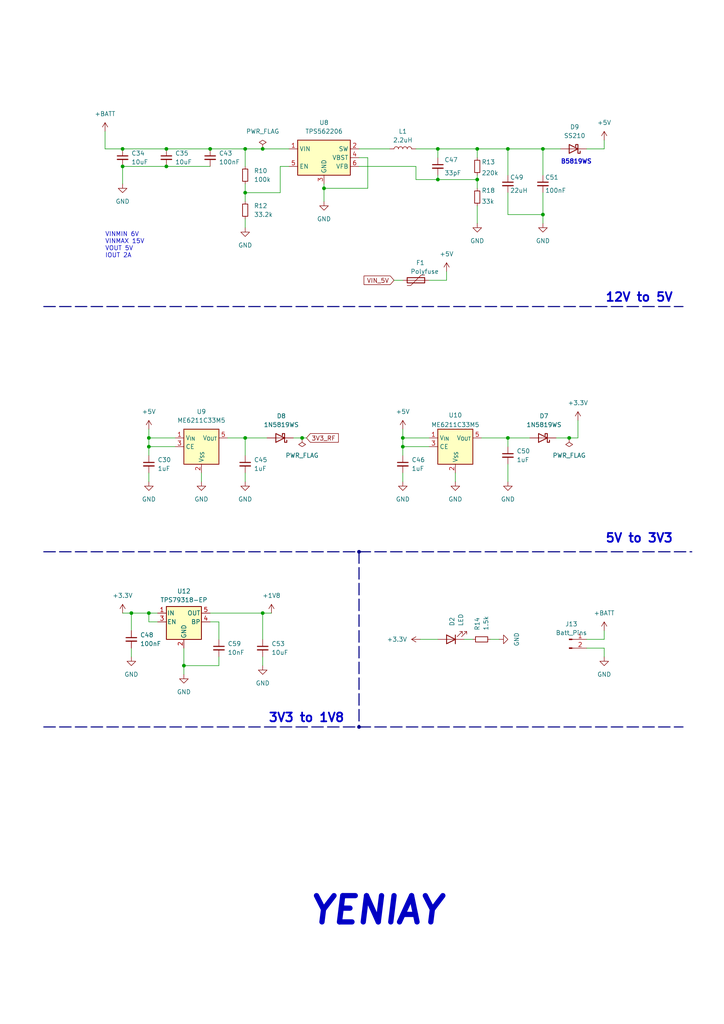
<source format=kicad_sch>
(kicad_sch (version 20231120) (generator "eeschema") (generator_version "8.0")
  (paper "A4" portrait)
  (title_block (title "POWER SECTION"))
  (lib_symbols
    (symbol "Connector:Conn_01x02_Pin" (pin_names (offset 1.016) hide)
      (property "Reference" "J" (at 0 2.54 0))
      (property "Value" "Conn_01x02_Pin" (at 0 -5.08 0))
      (symbol "Conn_01x02_Pin_1_1"
        (polyline (pts (xy 1.27 -2.54) (xy 0.8636 -2.54)) (stroke (width 0.1524)))
        (polyline (pts (xy 1.27 0) (xy 0.8636 0)) (stroke (width 0.1524)))
        (rectangle (start 0.8636 -2.413) (end 0 -2.667) (stroke (width 0.1524)) (fill (type outline)))
        (rectangle (start 0.8636 0.127) (end 0 -0.127) (stroke (width 0.1524)) (fill (type outline)))
        (pin passive line (at 5.08 0 180) (length 3.81) (name "Pin_1") (number "1"))
        (pin passive line (at 5.08 -2.54 180) (length 3.81) (name "Pin_2") (number "2"))
      )
    )
    (symbol "Device:C_Small" (pin_numbers hide) (pin_names (offset 0.254) hide)
      (property "Reference" "C" (at 0.254 1.778 0))
      (property "Value" "C_Small" (at 0.254 -2.032 0))
      (symbol "C_Small_0_1"
        (polyline (pts (xy -1.524 -0.508) (xy 1.524 -0.508)) (stroke (width 0.3302)))
        (polyline (pts (xy -1.524 0.508) (xy 1.524 0.508)) (stroke (width 0.3048)))
      )
      (symbol "C_Small_1_1"
        (pin passive line (at 0 2.54 270) (length 2.032) (name "~") (number "1"))
        (pin passive line (at 0 -2.54 90) (length 2.032) (name "~") (number "2"))
      )
    )
    (symbol "Device:L" (pin_numbers hide) (pin_names (offset 1.016) hide)
      (property "Reference" "L" (at -1.27 0 90))
      (property "Value" "L" (at 1.905 0 90))
      (symbol "L_0_1"
        (arc (start 0 -2.54) (mid 0.6323 -1.905) (end 0 -1.27))
        (arc (start 0 -1.27) (mid 0.6323 -0.635) (end 0 0))
        (arc (start 0 0) (mid 0.6323 0.635) (end 0 1.27))
        (arc (start 0 1.27) (mid 0.6323 1.905) (end 0 2.54))
      )
      (symbol "L_1_1"
        (pin passive line (at 0 3.81 270) (length 1.27) (name "1") (number "1"))
        (pin passive line (at 0 -3.81 90) (length 1.27) (name "2") (number "2"))
      )
    )
    (symbol "Device:LED" (pin_numbers hide) (pin_names (offset 1.016) hide)
      (property "Reference" "D" (at 0 2.54 0))
      (property "Value" "LED" (at 0 -2.54 0))
      (symbol "LED_0_1"
        (polyline (pts (xy -1.27 -1.27) (xy -1.27 1.27)) (stroke (width 0.254)))
        (polyline (pts (xy -1.27 0) (xy 1.27 0)))
        (polyline (pts (xy 1.27 -1.27) (xy 1.27 1.27) (xy -1.27 0) (xy 1.27 -1.27)) (stroke (width 0.254)))
        (polyline (pts (xy -3.048 -0.762) (xy -4.572 -2.286) (xy -3.81 -2.286) (xy -4.572 -2.286) (xy -4.572 -1.524)))
        (polyline (pts (xy -1.778 -0.762) (xy -3.302 -2.286) (xy -2.54 -2.286) (xy -3.302 -2.286) (xy -3.302 -1.524)))
      )
      (symbol "LED_1_1"
        (pin passive line (at -3.81 0 0) (length 2.54) (name "K") (number "1"))
        (pin passive line (at 3.81 0 180) (length 2.54) (name "A") (number "2"))
      )
    )
    (symbol "Device:Polyfuse" (pin_numbers hide) (pin_names (offset 0))
      (property "Reference" "F" (at -2.54 0 90))
      (property "Value" "Polyfuse" (at 2.54 0 90))
      (symbol "Polyfuse_0_1"
        (rectangle (start -0.762 2.54) (end 0.762 -2.54) (stroke (width 0.254)))
        (polyline (pts (xy 0 2.54) (xy 0 -2.54)))
        (polyline (pts (xy -1.524 2.54) (xy -1.524 1.524) (xy 1.524 -1.524) (xy 1.524 -2.54)))
      )
      (symbol "Polyfuse_1_1"
        (pin passive line (at 0 3.81 270) (length 1.27) (name "~") (number "1"))
        (pin passive line (at 0 -3.81 90) (length 1.27) (name "~") (number "2"))
      )
    )
    (symbol "Device:R_Small" (pin_numbers hide) (pin_names (offset 0.254) hide)
      (property "Reference" "R" (at 0.762 0.508 0))
      (property "Value" "R_Small" (at 0.762 -1.016 0))
      (symbol "R_Small_0_1"
        (rectangle (start -0.762 1.778) (end 0.762 -1.778) (stroke (width 0.2032)))
      )
      (symbol "R_Small_1_1"
        (pin passive line (at 0 2.54 270) (length 0.762) (name "~") (number "1"))
        (pin passive line (at 0 -2.54 90) (length 0.762) (name "~") (number "2"))
      )
    )
    (symbol "Diode:1N5819WS" (pin_numbers hide) (pin_names (offset 1.016) hide)
      (property "Reference" "D" (at 0 2.54 0))
      (property "Value" "1N5819WS" (at 0 -2.54 0))
      (symbol "1N5819WS_0_1"
        (polyline (pts (xy 1.27 0) (xy -1.27 0)))
        (polyline (pts (xy 1.27 1.27) (xy 1.27 -1.27) (xy -1.27 0) (xy 1.27 1.27)) (stroke (width 0.254)))
        (polyline (pts (xy -1.905 0.635) (xy -1.905 1.27) (xy -1.27 1.27) (xy -1.27 -1.27) (xy -0.635 -1.27) (xy -0.635 -0.635)) (stroke (width 0.254)))
      )
      (symbol "1N5819WS_1_1"
        (pin passive line (at -3.81 0 0) (length 2.54) (name "K") (number "1"))
        (pin passive line (at 3.81 0 180) (length 2.54) (name "A") (number "2"))
      )
    )
    (symbol "Diode:SS210" (pin_numbers hide) (pin_names (offset 1.016) hide)
      (property "Reference" "D" (at 0 2.54 0))
      (property "Value" "SS210" (at 0 -2.54 0))
      (symbol "SS210_0_1"
        (polyline (pts (xy 1.27 0) (xy -1.27 0)))
        (polyline (pts (xy 1.27 1.27) (xy 1.27 -1.27) (xy -1.27 0) (xy 1.27 1.27)) (stroke (width 0.254)))
        (polyline (pts (xy -1.905 0.635) (xy -1.905 1.27) (xy -1.27 1.27) (xy -1.27 -1.27) (xy -0.635 -1.27) (xy -0.635 -0.635)) (stroke (width 0.254)))
      )
      (symbol "SS210_1_1"
        (pin passive line (at -3.81 0 0) (length 2.54) (name "K") (number "1"))
        (pin passive line (at 3.81 0 180) (length 2.54) (name "A") (number "2"))
      )
    )
    (symbol "Regulator_Linear:ME6211C33M5"
      (property "Reference" "U" (at -4.572 6.35 0))
      (property "Value" "ME6211C33M5" (at 10.16 8.636 0))
      (symbol "ME6211C33M5_1_1"
        (rectangle (start -5.08 5.08) (end 5.08 -5.08) (stroke (width 0.254)) (fill (type background)))
        (pin power_in line (at -7.62 2.54 0) (length 2.54) (name "V_{IN}") (number "1"))
        (pin power_in line (at 0 -7.62 90) (length 2.54) (name "V_{SS}") (number "2"))
        (pin input line (at -7.62 0 0) (length 2.54) (name "CE") (number "3"))
        (pin no_connect line (at 5.08 0 180) (length 2.54) hide (name "NC") (number "4"))
        (pin power_out line (at 7.62 2.54 180) (length 2.54) (name "V_{OUT}") (number "5"))
      )
    )
    (symbol "Regulator_Linear:TPS79318-EP" (pin_names (offset 0.254))
      (property "Reference" "U" (at -3.81 5.715 0))
      (property "Value" "TPS79318-EP" (at 0 5.715 0))
      (symbol "TPS79318-EP_1_1"
        (rectangle (start 5.08 -5.08) (end -5.08 4.445) (stroke (width 0.254)) (fill (type background)))
        (pin power_in line (at -7.62 2.54 0) (length 2.54) (name "IN") (number "1"))
        (pin power_in line (at 0 -7.62 90) (length 2.54) (name "GND") (number "2"))
        (pin input line (at -7.62 0 0) (length 2.54) (name "EN") (number "3"))
        (pin bidirectional line (at 7.62 0 180) (length 2.54) (name "BP") (number "4"))
        (pin power_out line (at 7.62 2.54 180) (length 2.54) (name "OUT") (number "5"))
      )
    )
    (symbol "Regulator_Switching:TPS562206"
      (property "Reference" "U" (at -7.62 6.35 0))
      (property "Value" "TPS562206" (at -2.54 6.35 0))
      (symbol "TPS562206_0_1"
        (rectangle (start -7.62 5.08) (end 7.62 -5.08) (stroke (width 0.254)) (fill (type background)))
      )
      (symbol "TPS562206_1_1"
        (pin power_in line (at -10.16 2.54 0) (length 2.54) (name "VIN") (number "1"))
        (pin output line (at 10.16 2.54 180) (length 2.54) (name "SW") (number "2"))
        (pin power_in line (at 0 -7.62 90) (length 2.54) (name "GND") (number "3"))
        (pin passive line (at 10.16 0 180) (length 2.54) (name "VBST") (number "4"))
        (pin input line (at -10.16 -2.54 0) (length 2.54) (name "EN") (number "5"))
        (pin input line (at 10.16 -2.54 180) (length 2.54) (name "VFB") (number "6"))
      )
    )
    (symbol "power:+1V8" (power) (pin_numbers hide) (pin_names (offset 0) hide)
      (property "Value" "+1V8" (at 0 3.556 0))
      (symbol "+1V8_0_1"
        (polyline (pts (xy -0.762 1.27) (xy 0 2.54)))
        (polyline (pts (xy 0 0) (xy 0 2.54)))
        (polyline (pts (xy 0 2.54) (xy 0.762 1.27)))
      )
      (symbol "+1V8_1_1"
        (pin power_in line (at 0 0 90) (length 0) (name "~") (number "1"))
      )
    )
    (symbol "power:+3.3V" (power) (pin_numbers hide) (pin_names (offset 0) hide)
      (property "Value" "+3.3V" (at 0 3.556 0))
      (symbol "+3.3V_0_1"
        (polyline (pts (xy -0.762 1.27) (xy 0 2.54)))
        (polyline (pts (xy 0 0) (xy 0 2.54)))
        (polyline (pts (xy 0 2.54) (xy 0.762 1.27)))
      )
      (symbol "+3.3V_1_1"
        (pin power_in line (at 0 0 90) (length 0) (name "~") (number "1"))
      )
    )
    (symbol "power:+5V" (power) (pin_numbers hide) (pin_names (offset 0) hide)
      (property "Value" "+5V" (at 0 3.556 0))
      (symbol "+5V_0_1"
        (polyline (pts (xy -0.762 1.27) (xy 0 2.54)))
        (polyline (pts (xy 0 0) (xy 0 2.54)))
        (polyline (pts (xy 0 2.54) (xy 0.762 1.27)))
      )
      (symbol "+5V_1_1"
        (pin power_in line (at 0 0 90) (length 0) (name "~") (number "1"))
      )
    )
    (symbol "power:+BATT" (power) (pin_numbers hide) (pin_names (offset 0) hide)
      (property "Value" "+BATT" (at 0 3.556 0))
      (symbol "+BATT_0_1"
        (polyline (pts (xy -0.762 1.27) (xy 0 2.54)))
        (polyline (pts (xy 0 0) (xy 0 2.54)))
        (polyline (pts (xy 0 2.54) (xy 0.762 1.27)))
      )
      (symbol "+BATT_1_1"
        (pin power_in line (at 0 0 90) (length 0) (name "~") (number "1"))
      )
    )
    (symbol "power:GND" (power) (pin_numbers hide) (pin_names (offset 0) hide)
      (property "Value" "GND" (at 0 -3.81 0))
      (symbol "GND_0_1"
        (polyline (pts (xy 0 0) (xy 0 -1.27) (xy 1.27 -1.27) (xy 0 -2.54) (xy -1.27 -1.27) (xy 0 -1.27)))
      )
      (symbol "GND_1_1"
        (pin power_in line (at 0 0 270) (length 0) (name "~") (number "1"))
      )
    )
    (symbol "power:PWR_FLAG" (power) (pin_numbers hide) (pin_names (offset 0) hide)
      (property "Value" "PWR_FLAG" (at 0 3.81 0))
      (symbol "PWR_FLAG_0_0"
        (pin power_out line (at 0 0 90) (length 0) (name "~") (number "1"))
      )
      (symbol "PWR_FLAG_0_1"
        (polyline (pts (xy 0 0) (xy 0 1.27) (xy -1.016 1.905) (xy 0 2.54) (xy 1.016 1.905) (xy 0 1.27)))
      )
    )
  )
  (junction (at 43.18 129.54))
  (junction (at 157.48 62.23))
  (junction (at 138.43 43.18))
  (junction (at 60.96 43.18))
  (junction (at 87.63 127))
  (junction (at 35.56 48.26))
  (junction (at 138.43 52.07))
  (junction (at 157.48 43.18))
  (junction (at 48.26 48.26))
  (junction (at 127 43.18))
  (junction (at 71.12 127))
  (junction (at 53.34 193.04))
  (junction (at 35.56 43.18))
  (junction (at 71.12 55.88))
  (junction (at 93.98 54.61))
  (junction (at 43.18 127))
  (junction (at 38.1 177.8))
  (junction (at 127 52.07))
  (junction (at 71.12 43.18))
  (junction (at 116.84 127))
  (junction (at 76.2 177.8))
  (junction (at 147.32 127))
  (junction (at 104.14 160.02))
  (junction (at 147.32 43.18))
  (junction (at 43.18 177.8))
  (junction (at 165.1 127))
  (junction (at 48.26 43.18))
  (junction (at 104.14 210.82))
  (junction (at 116.84 129.54))
  (junction (at 76.2 43.18))
  (wire (pts (xy 76.2 43.18) (xy 83.82 43.18)))
  (wire (pts (xy 104.14 48.26) (xy 120.65 48.26)))
  (wire (pts (xy 35.56 48.26) (xy 48.26 48.26)))
  (wire (pts (xy 60.96 177.8) (xy 76.2 177.8)))
  (bus (pts (xy 104.14 160.02) (xy 104.14 210.82)) (stroke (width 0) (type dash)))
  (wire (pts (xy 60.96 180.34) (xy 63.5 180.34)))
  (bus (pts (xy 12.7 210.82) (xy 104.14 210.82)) (stroke (width 0) (type dash)))
  (wire (pts (xy 120.65 48.26) (xy 120.65 52.07)))
  (wire (pts (xy 167.64 127) (xy 167.64 121.92)))
  (wire (pts (xy 76.2 177.8) (xy 78.74 177.8)))
  (wire (pts (xy 114.3 81.28) (xy 116.84 81.28)))
  (wire (pts (xy 71.12 137.16) (xy 71.12 139.7)))
  (wire (pts (xy 127 43.18) (xy 138.43 43.18)))
  (wire (pts (xy 120.65 43.18) (xy 127 43.18)))
  (wire (pts (xy 147.32 55.88) (xy 147.32 62.23)))
  (wire (pts (xy 170.18 187.96) (xy 175.26 187.96)))
  (wire (pts (xy 157.48 62.23) (xy 157.48 64.77)))
  (wire (pts (xy 138.43 59.69) (xy 138.43 64.77)))
  (wire (pts (xy 87.63 127) (xy 85.09 127)))
  (wire (pts (xy 71.12 55.88) (xy 71.12 58.42)))
  (wire (pts (xy 138.43 50.8) (xy 138.43 52.07)))
  (wire (pts (xy 93.98 53.34) (xy 93.98 54.61)))
  (wire (pts (xy 48.26 43.18) (xy 60.96 43.18)))
  (wire (pts (xy 38.1 177.8) (xy 43.18 177.8)))
  (wire (pts (xy 147.32 127) (xy 147.32 129.54)))
  (bus (pts (xy 104.14 160.02) (xy 200.66 160.02)) (stroke (width 0) (type dash)))
  (wire (pts (xy 116.84 132.08) (xy 116.84 129.54)))
  (wire (pts (xy 147.32 134.62) (xy 147.32 139.7)))
  (wire (pts (xy 88.9 127) (xy 87.63 127)))
  (wire (pts (xy 124.46 81.28) (xy 129.54 81.28)))
  (wire (pts (xy 175.26 187.96) (xy 175.26 190.5)))
  (wire (pts (xy 116.84 137.16) (xy 116.84 139.7)))
  (wire (pts (xy 43.18 124.46) (xy 43.18 127)))
  (wire (pts (xy 138.43 52.07) (xy 138.43 54.61)))
  (wire (pts (xy 38.1 177.8) (xy 38.1 182.88)))
  (wire (pts (xy 63.5 190.5) (xy 63.5 193.04)))
  (wire (pts (xy 43.18 129.54) (xy 50.8 129.54)))
  (wire (pts (xy 43.18 132.08) (xy 43.18 129.54)))
  (wire (pts (xy 35.56 48.26) (xy 35.56 53.34)))
  (wire (pts (xy 147.32 43.18) (xy 147.32 50.8)))
  (wire (pts (xy 170.18 43.18) (xy 175.26 43.18)))
  (wire (pts (xy 53.34 187.96) (xy 53.34 193.04)))
  (wire (pts (xy 116.84 127) (xy 124.46 127)))
  (wire (pts (xy 71.12 53.34) (xy 71.12 55.88)))
  (wire (pts (xy 127 52.07) (xy 138.43 52.07)))
  (wire (pts (xy 77.47 127) (xy 71.12 127)))
  (wire (pts (xy 43.18 177.8) (xy 43.18 180.34)))
  (wire (pts (xy 157.48 62.23) (xy 157.48 55.88)))
  (wire (pts (xy 147.32 62.23) (xy 157.48 62.23)))
  (wire (pts (xy 45.72 180.34) (xy 43.18 180.34)))
  (wire (pts (xy 134.62 185.42) (xy 137.16 185.42)))
  (bus (pts (xy 104.14 210.82) (xy 198.12 210.82)) (stroke (width 0) (type dash)))
  (wire (pts (xy 127 43.18) (xy 127 45.72)))
  (wire (pts (xy 76.2 177.8) (xy 76.2 185.42)))
  (wire (pts (xy 104.14 43.18) (xy 113.03 43.18)))
  (bus (pts (xy 12.7 160.02) (xy 104.14 160.02)) (stroke (width 0) (type dash)))
  (wire (pts (xy 116.84 129.54) (xy 124.46 129.54)))
  (wire (pts (xy 30.48 38.1) (xy 30.48 43.18)))
  (wire (pts (xy 161.29 127) (xy 165.1 127)))
  (wire (pts (xy 175.26 40.64) (xy 175.26 43.18)))
  (bus (pts (xy 12.7 88.9) (xy 198.12 88.9)) (stroke (width 0) (type dash)))
  (wire (pts (xy 93.98 54.61) (xy 93.98 58.42)))
  (wire (pts (xy 106.68 45.72) (xy 106.68 54.61)))
  (wire (pts (xy 35.56 43.18) (xy 48.26 43.18)))
  (wire (pts (xy 63.5 185.42) (xy 63.5 180.34)))
  (wire (pts (xy 71.12 63.5) (xy 71.12 66.04)))
  (wire (pts (xy 43.18 127) (xy 50.8 127)))
  (wire (pts (xy 83.82 48.26) (xy 81.28 48.26)))
  (wire (pts (xy 30.48 43.18) (xy 35.56 43.18)))
  (wire (pts (xy 53.34 193.04) (xy 63.5 193.04)))
  (wire (pts (xy 53.34 195.58) (xy 53.34 193.04)))
  (wire (pts (xy 71.12 43.18) (xy 76.2 43.18)))
  (wire (pts (xy 157.48 43.18) (xy 162.56 43.18)))
  (wire (pts (xy 129.54 78.74) (xy 129.54 81.28)))
  (wire (pts (xy 76.2 190.5) (xy 76.2 193.04)))
  (wire (pts (xy 116.84 127) (xy 116.84 129.54)))
  (wire (pts (xy 93.98 54.61) (xy 106.68 54.61)))
  (wire (pts (xy 48.26 48.26) (xy 60.96 48.26)))
  (wire (pts (xy 139.7 127) (xy 147.32 127)))
  (wire (pts (xy 157.48 43.18) (xy 157.48 50.8)))
  (wire (pts (xy 35.56 177.8) (xy 38.1 177.8)))
  (wire (pts (xy 104.14 45.72) (xy 106.68 45.72)))
  (wire (pts (xy 147.32 43.18) (xy 157.48 43.18)))
  (wire (pts (xy 175.26 185.42) (xy 175.26 182.88)))
  (wire (pts (xy 66.04 127) (xy 71.12 127)))
  (wire (pts (xy 120.65 52.07) (xy 127 52.07)))
  (wire (pts (xy 43.18 127) (xy 43.18 129.54)))
  (wire (pts (xy 142.24 185.42) (xy 144.78 185.42)))
  (wire (pts (xy 127 50.8) (xy 127 52.07)))
  (wire (pts (xy 147.32 127) (xy 153.67 127)))
  (wire (pts (xy 60.96 43.18) (xy 71.12 43.18)))
  (wire (pts (xy 43.18 137.16) (xy 43.18 139.7)))
  (wire (pts (xy 71.12 127) (xy 71.12 132.08)))
  (wire (pts (xy 71.12 43.18) (xy 71.12 48.26)))
  (wire (pts (xy 138.43 43.18) (xy 147.32 43.18)))
  (wire (pts (xy 38.1 187.96) (xy 38.1 190.5)))
  (wire (pts (xy 138.43 43.18) (xy 138.43 45.72)))
  (wire (pts (xy 121.92 185.42) (xy 127 185.42)))
  (wire (pts (xy 71.12 55.88) (xy 81.28 55.88)))
  (wire (pts (xy 58.42 137.16) (xy 58.42 139.7)))
  (wire (pts (xy 132.08 137.16) (xy 132.08 139.7)))
  (wire (pts (xy 81.28 48.26) (xy 81.28 55.88)))
  (wire (pts (xy 116.84 124.46) (xy 116.84 127)))
  (wire (pts (xy 165.1 127) (xy 167.64 127)))
  (wire (pts (xy 170.18 185.42) (xy 175.26 185.42)))
  (wire (pts (xy 43.18 177.8) (xy 45.72 177.8)))
  (text "YENIAY" (at 109.22 264.16 0) (effects (font (size 7.62 7.62) (bold yes) (italic yes))))
  (text "3V3 to 1V8" (at 88.9 208.28 0) (effects (font (size 2.54 2.54) (thickness 0.508) (bold yes))))
  (text "VINMIN 6V\nVINMAX 15V\nVOUT 5V\nIOUT 2A" (at 30.48 71.12 0) (effects (font (size 1.27 1.27)) (justify left)))
  (text "B5819WS " (at 167.64 46.99 0) (effects (font (size 1.27 1.27) (thickness 0.254) (bold yes))))
  (text "12V to 5V" (at 185.42 86.36 0) (effects (font (size 2.54 2.54) (thickness 0.508) (bold yes))))
  (text "5V to 3V3" (at 185.42 156.21 0) (effects (font (size 2.54 2.54) (thickness 0.508) (bold yes))))
  (global_label "VIN_5V" (shape input) (at 114.3 81.28 180) (property "Intersheetrefs" "${INTERSHEET_REFS}" (effects (hide yes))))
  (global_label "3V3_RF" (shape input) (at 88.9 127 0) (property "Intersheetrefs" "${INTERSHEET_REFS}" (effects (hide yes))))
  (symbol (lib_id "power:GND") (at 58.42 139.7 0) (unit 1)
    (property "Reference" "#PWR070" (effects (hide yes)))
    (property "Value" "GND" (at 58.42 144.78 0))
    (property "Description" "Power symbol creates a global label with name \"GND\" , ground" (effects (hide yes)))
  )
  (symbol (lib_id "power:PWR_FLAG") (at 76.2 43.18 0) (unit 1)
    (property "Reference" "#FLG02" (effects (hide yes)))
    (property "Value" "PWR_FLAG" (at 76.2 38.1 0))
    (property "Description" "Special symbol for telling ERC where power comes from" (effects (hide yes)))
  )
  (symbol (lib_id "power:+5V") (at 116.84 124.46 0) (unit 1)
    (property "Reference" "#PWR085" (effects (hide yes)))
    (property "Value" "+5V" (at 116.84 119.38 0))
    (property "Description" "Power symbol creates a global label with name \"+5V\"" (effects (hide yes)))
  )
  (symbol (lib_id "power:GND") (at 71.12 139.7 0) (unit 1)
    (property "Reference" "#PWR084" (effects (hide yes)))
    (property "Value" "GND" (at 71.12 144.78 0))
    (property "Description" "Power symbol creates a global label with name \"GND\" , ground" (effects (hide yes)))
  )
  (symbol (lib_id "Device:C_Small") (at 48.26 45.72 0) (unit 1)
    (property "Reference" "C35" (at 50.8 44.4562 0) (effects (justify left)))
    (property "Value" "10uF" (at 50.8 46.9962 0) (effects (justify left)))
    (property "Footprint" "Capacitor_SMD:C_0603_1608Metric" (effects (hide yes)))
    (property "Description" "Unpolarized capacitor, small symbol" (effects (hide yes)))
  )
  (symbol (lib_id "power:GND") (at 43.18 139.7 0) (unit 1)
    (property "Reference" "#PWR071" (effects (hide yes)))
    (property "Value" "GND" (at 43.18 144.78 0))
    (property "Description" "Power symbol creates a global label with name \"GND\" , ground" (effects (hide yes)))
  )
  (symbol (lib_id "Diode:1N5819WS") (at 81.28 127 180) (unit 1)
    (property "Reference" "D8" (at 81.5975 120.65 0))
    (property "Value" "1N5819WS" (at 81.5975 123.19 0))
    (property "Footprint" "Diode_SMD:D_SOD-323" (effects (hide yes)))
    (property "Datasheet" "https://datasheet.lcsc.com/lcsc/2204281430_Guangdong-Hottech-1N5819WS_C191023.pdf" (effects (hide yes)))
    (property "Description" "40V 600mV@1A 1A SOD-323 Schottky Barrier Diodes, SOD-323" (effects (hide yes)))
  )
  (symbol (lib_id "Device:R_Small") (at 71.12 60.96 0) (unit 1)
    (property "Reference" "R12" (at 73.66 59.6899 0) (effects (justify left)))
    (property "Value" "33.2k" (at 73.66 62.2299 0) (effects (justify left)))
    (property "Footprint" "Resistor_SMD:R_0402_1005Metric" (effects (hide yes)))
    (property "Description" "Resistor, small symbol" (effects (hide yes)))
  )
  (symbol (lib_id "power:GND") (at 53.34 195.58 0) (unit 1)
    (property "Reference" "#PWR090" (effects (hide yes)))
    (property "Value" "GND" (at 53.34 200.66 0))
    (property "Description" "Power symbol creates a global label with name \"GND\" , ground" (effects (hide yes)))
  )
  (symbol (lib_id "power:+1V8") (at 78.74 177.8 0) (unit 1)
    (property "Reference" "#PWR0103" (effects (hide yes)))
    (property "Value" "+1V8" (at 78.74 172.72 0))
    (property "Description" "Power symbol creates a global label with name \"+1V8\"" (effects (hide yes)))
  )
  (symbol (lib_id "power:GND") (at 38.1 190.5 0) (unit 1)
    (property "Reference" "#PWR099" (effects (hide yes)))
    (property "Value" "GND" (at 38.1 195.58 0))
    (property "Description" "Power symbol creates a global label with name \"GND\" , ground" (effects (hide yes)))
  )
  (symbol (lib_id "Device:R_Small") (at 138.43 57.15 0) (unit 1)
    (property "Reference" "R18" (at 139.7 55.245 0) (effects (justify left)))
    (property "Value" "33k" (at 139.7 58.42 0) (effects (justify left)))
    (property "Footprint" "Resistor_SMD:R_0402_1005Metric" (effects (hide yes)))
    (property "Description" "Resistor, small symbol" (effects (hide yes)))
  )
  (symbol (lib_id "Device:C_Small") (at 63.5 187.96 0) (unit 1)
    (property "Reference" "C59" (at 66.04 186.6962 0) (effects (justify left)))
    (property "Value" "10nF" (at 66.04 189.2362 0) (effects (justify left)))
    (property "Footprint" "Capacitor_SMD:C_0402_1005Metric" (effects (hide yes)))
    (property "Description" "Unpolarized capacitor, small symbol" (effects (hide yes)))
  )
  (symbol (lib_id "Device:C_Small") (at 147.32 132.08 0) (unit 1)
    (property "Reference" "C50" (at 149.86 130.8162 0) (effects (justify left)))
    (property "Value" "1uF" (at 149.86 133.3562 0) (effects (justify left)))
    (property "Footprint" "Capacitor_SMD:C_0805_2012Metric" (effects (hide yes)))
    (property "Description" "Unpolarized capacitor, small symbol" (effects (hide yes)))
  )
  (symbol (lib_id "Device:L") (at 116.84 43.18 90) (unit 1)
    (property "Reference" "L1" (at 116.84 38.1 90))
    (property "Value" "2.2uH" (at 116.84 40.64 90))
    (property "Footprint" "Inductor_SMD:L_0402_1005Metric" (effects (hide yes)))
    (property "Description" "Inductor" (effects (hide yes)))
  )
  (symbol (lib_id "power:GND") (at 116.84 139.7 0) (unit 1)
    (property "Reference" "#PWR093" (effects (hide yes)))
    (property "Value" "GND" (at 116.84 144.78 0))
    (property "Description" "Power symbol creates a global label with name \"GND\" , ground" (effects (hide yes)))
  )
  (symbol (lib_id "power:+3.3V") (at 167.64 121.92 0) (unit 1)
    (property "Reference" "#PWR072" (effects (hide yes)))
    (property "Value" "+3.3V" (at 167.64 116.84 0))
    (property "Description" "Power symbol creates a global label with name \"+3.3V\"" (effects (hide yes)))
  )
  (symbol (lib_id "power:PWR_FLAG") (at 87.63 127 180) (unit 1)
    (property "Reference" "#FLG04" (effects (hide yes)))
    (property "Value" "PWR_FLAG" (at 87.63 132.08 0))
    (property "Description" "Special symbol for telling ERC where power comes from" (effects (hide yes)))
  )
  (symbol (lib_id "Device:C_Small") (at 43.18 134.62 0) (unit 1)
    (property "Reference" "C30" (at 45.72 133.3562 0) (effects (justify left)))
    (property "Value" "1uF" (at 45.72 135.8962 0) (effects (justify left)))
    (property "Footprint" "Capacitor_SMD:C_0805_2012Metric" (effects (hide yes)))
    (property "Description" "Unpolarized capacitor, small symbol" (effects (hide yes)))
  )
  (symbol (lib_id "Device:C_Small") (at 127 48.26 0) (unit 1)
    (property "Reference" "C47" (at 128.905 46.355 0) (effects (justify left)))
    (property "Value" "33pF" (at 128.905 50.165 0) (effects (justify left)))
    (property "Footprint" "Capacitor_SMD:C_0402_1005Metric" (effects (hide yes)))
    (property "Description" "Unpolarized capacitor, small symbol" (effects (hide yes)))
  )
  (symbol (lib_id "Diode:SS210") (at 166.37 43.18 180) (unit 1)
    (property "Reference" "D9" (at 166.6875 36.83 0))
    (property "Value" "SS210" (at 166.6875 39.37 0))
    (property "Footprint" "Diode_SMD:D_SOD-323" (effects (hide yes)))
    (property "Datasheet" "https://www.wontop.com/uploadfiles/56/sort_excel/pdf/ss22.pdf" (effects (hide yes)))
    (property "Description" "100V 2A Schottky Diode, SMA" (effects (hide yes)))
  )
  (symbol (lib_id "Device:C_Small") (at 71.12 134.62 0) (unit 1)
    (property "Reference" "C45" (at 73.66 133.3562 0) (effects (justify left)))
    (property "Value" "1uF" (at 73.66 135.8962 0) (effects (justify left)))
    (property "Footprint" "Capacitor_SMD:C_0805_2012Metric" (effects (hide yes)))
    (property "Description" "Unpolarized capacitor, small symbol" (effects (hide yes)))
  )
  (symbol (lib_id "power:+BATT") (at 175.26 182.88 0) (unit 1)
    (property "Reference" "#PWR0107" (effects (hide yes)))
    (property "Value" "+BATT" (at 175.26 177.8 0))
    (property "Description" "Power symbol creates a global label with name \"+BATT\"" (effects (hide yes)))
  )
  (symbol (lib_id "Connector:Conn_01x02_Pin") (at 165.1 185.42 0) (unit 1)
    (property "Reference" "J13" (at 165.735 180.975 0))
    (property "Value" "Batt_Pins" (at 165.735 183.515 0))
    (property "Footprint" "Connector_PinSocket_2.54mm:PinSocket_1x02_P2.54mm_Vertical" (effects (hide yes)))
    (property "Description" "Generic connector, single row, 01x02, script generated" (effects (hide yes)))
  )
  (symbol (lib_id "Device:C_Small") (at 60.96 45.72 0) (unit 1)
    (property "Reference" "C43" (at 63.5 44.4562 0) (effects (justify left)))
    (property "Value" "100nF" (at 63.5 46.9962 0) (effects (justify left)))
    (property "Footprint" "Capacitor_SMD:C_0402_1005Metric" (effects (hide yes)))
    (property "Description" "Unpolarized capacitor, small symbol" (effects (hide yes)))
  )
  (symbol (lib_id "power:GND") (at 138.43 64.77 0) (unit 1)
    (property "Reference" "#PWR081" (effects (hide yes)))
    (property "Value" "GND" (at 138.43 69.85 0))
    (property "Description" "Power symbol creates a global label with name \"GND\" , ground" (effects (hide yes)))
  )
  (symbol (lib_id "power:GND") (at 71.12 66.04 0) (unit 1)
    (property "Reference" "#PWR078" (effects (hide yes)))
    (property "Value" "GND" (at 71.12 71.12 0))
    (property "Description" "Power symbol creates a global label with name \"GND\" , ground" (effects (hide yes)))
  )
  (symbol (lib_id "Device:LED") (at 130.81 185.42 180) (unit 1)
    (property "Reference" "D2" (at 131.1274 181.61 90) (effects (justify right)))
    (property "Value" "LED" (at 133.6674 181.61 90) (effects (justify right)))
    (property "Footprint" "LED_SMD:LED_0603_1608Metric" (effects (hide yes)))
    (property "Description" "Light emitting diode" (effects (hide yes)))
  )
  (symbol (lib_id "power:GND") (at 132.08 139.7 0) (unit 1)
    (property "Reference" "#PWR094" (effects (hide yes)))
    (property "Value" "GND" (at 132.08 144.78 0))
    (property "Description" "Power symbol creates a global label with name \"GND\" , ground" (effects (hide yes)))
  )
  (symbol (lib_id "Device:C_Small") (at 35.56 45.72 0) (unit 1)
    (property "Reference" "C34" (at 38.1 44.4562 0) (effects (justify left)))
    (property "Value" "10uF" (at 38.1 46.9962 0) (effects (justify left)))
    (property "Footprint" "Capacitor_SMD:C_0603_1608Metric" (effects (hide yes)))
    (property "Description" "Unpolarized capacitor, small symbol" (effects (hide yes)))
  )
  (symbol (lib_id "Device:Polyfuse") (at 120.65 81.28 90) (unit 1)
    (property "Reference" "F1" (at 121.92 76.2 90))
    (property "Value" "Polyfuse" (at 123.19 78.74 90))
    (property "Footprint" "Fuse:Fuse_0805_2012Metric" (effects (hide yes)))
    (property "Description" "Resettable fuse, polymeric positive temperature coefficient" (effects (hide yes)))
  )
  (symbol (lib_id "power:+5V") (at 175.26 40.64 0) (unit 1)
    (property "Reference" "#PWR021" (effects (hide yes)))
    (property "Value" "+5V" (at 175.26 35.56 0))
    (property "Description" "Power symbol creates a global label with name \"+5V\"" (effects (hide yes)))
  )
  (symbol (lib_id "power:GND") (at 157.48 64.77 0) (unit 1)
    (property "Reference" "#PWR088" (effects (hide yes)))
    (property "Value" "GND" (at 157.48 69.85 0))
    (property "Description" "Power symbol creates a global label with name \"GND\" , ground" (effects (hide yes)))
  )
  (symbol (lib_id "Device:R_Small") (at 139.7 185.42 270) (unit 1)
    (property "Reference" "R14" (at 138.4299 182.88 0) (effects (justify right)))
    (property "Value" "1.5k" (at 140.9699 182.88 0) (effects (justify right)))
    (property "Footprint" "Resistor_SMD:R_0402_1005Metric" (effects (hide yes)))
    (property "Description" "Resistor, small symbol" (effects (hide yes)))
  )
  (symbol (lib_id "power:GND") (at 93.98 58.42 0) (unit 1)
    (property "Reference" "#PWR077" (effects (hide yes)))
    (property "Value" "GND" (at 93.98 63.5 0))
    (property "Description" "Power symbol creates a global label with name \"GND\" , ground" (effects (hide yes)))
  )
  (symbol (lib_id "Device:C_Small") (at 147.32 53.34 0) (unit 1)
    (property "Reference" "C49" (at 147.955 51.435 0) (effects (justify left)))
    (property "Value" "22uH" (at 147.955 55.245 0) (effects (justify left)))
    (property "Footprint" "Capacitor_SMD:C_0603_1608Metric" (effects (hide yes)))
    (property "Description" "Unpolarized capacitor, small symbol" (effects (hide yes)))
  )
  (symbol (lib_id "Regulator_Switching:TPS562206") (at 93.98 45.72 0) (unit 1)
    (property "Reference" "U8" (at 93.98 35.56 0))
    (property "Value" "TPS562206" (at 93.98 38.1 0))
    (property "Footprint" "Package_TO_SOT_SMD:SOT-563" (effects (hide yes)))
    (property "Datasheet" "https://www.ti.com/lit/ds/symlink/tps562203.pdf" (effects (hide yes)))
    (property "Description" "2A Synchronous Step-Down Voltage Regulator 600kHz, Adjustable Output Voltage, 4.5-17V Input Voltage, 0.6V-7V Output Voltage, SOT-563" (effects (hide yes)))
  )
  (symbol (lib_id "Device:C_Small") (at 76.2 187.96 0) (unit 1)
    (property "Reference" "C53" (at 78.74 186.6962 0) (effects (justify left)))
    (property "Value" "10uF" (at 78.74 189.2362 0) (effects (justify left)))
    (property "Footprint" "Capacitor_SMD:C_0603_1608Metric" (effects (hide yes)))
    (property "Description" "Unpolarized capacitor, small symbol" (effects (hide yes)))
  )
  (symbol (lib_id "power:+3.3V") (at 121.92 185.42 90) (unit 1)
    (property "Reference" "#PWR0110" (effects (hide yes)))
    (property "Value" "+3.3V" (at 118.11 185.4199 90) (effects (justify left)))
    (property "Description" "Power symbol creates a global label with name \"+3.3V\"" (effects (hide yes)))
  )
  (symbol (lib_id "power:PWR_FLAG") (at 165.1 127 180) (unit 1)
    (property "Reference" "#FLG03" (effects (hide yes)))
    (property "Value" "PWR_FLAG" (at 165.1 132.08 0))
    (property "Description" "Special symbol for telling ERC where power comes from" (effects (hide yes)))
  )
  (symbol (lib_id "Device:R_Small") (at 138.43 48.26 0) (unit 1)
    (property "Reference" "R13" (at 139.7 46.99 0) (effects (justify left)))
    (property "Value" "220k" (at 139.7 50.165 0) (effects (justify left)))
    (property "Footprint" "Resistor_SMD:R_0402_1005Metric" (effects (hide yes)))
    (property "Description" "Resistor, small symbol" (effects (hide yes)))
  )
  (symbol (lib_id "power:GND") (at 175.26 190.5 0) (unit 1)
    (property "Reference" "#PWR0108" (effects (hide yes)))
    (property "Value" "GND" (at 175.26 195.58 0))
    (property "Description" "Power symbol creates a global label with name \"GND\" , ground" (effects (hide yes)))
  )
  (symbol (lib_id "Device:C_Small") (at 157.48 53.34 0) (unit 1)
    (property "Reference" "C51" (at 158.115 51.435 0) (effects (justify left)))
    (property "Value" "100nF" (at 158.115 55.245 0) (effects (justify left)))
    (property "Footprint" "Capacitor_SMD:C_0402_1005Metric" (effects (hide yes)))
    (property "Description" "Unpolarized capacitor, small symbol" (effects (hide yes)))
  )
  (symbol (lib_id "power:+5V") (at 129.54 78.74 0) (unit 1)
    (property "Reference" "#PWR015" (effects (hide yes)))
    (property "Value" "+5V" (at 129.54 73.66 0))
    (property "Description" "Power symbol creates a global label with name \"+5V\"" (effects (hide yes)))
  )
  (symbol (lib_id "power:+3.3V") (at 35.56 177.8 0) (unit 1)
    (property "Reference" "#PWR089" (effects (hide yes)))
    (property "Value" "+3.3V" (at 35.56 172.72 0))
    (property "Description" "Power symbol creates a global label with name \"+3.3V\"" (effects (hide yes)))
  )
  (symbol (lib_id "power:GND") (at 147.32 139.7 0) (unit 1)
    (property "Reference" "#PWR096" (effects (hide yes)))
    (property "Value" "GND" (at 147.32 144.78 0))
    (property "Description" "Power symbol creates a global label with name \"GND\" , ground" (effects (hide yes)))
  )
  (symbol (lib_id "Device:R_Small") (at 71.12 50.8 0) (unit 1)
    (property "Reference" "R10" (at 73.66 49.5299 0) (effects (justify left)))
    (property "Value" "100k" (at 73.66 52.0699 0) (effects (justify left)))
    (property "Footprint" "Resistor_SMD:R_0402_1005Metric" (effects (hide yes)))
    (property "Description" "Resistor, small symbol" (effects (hide yes)))
  )
  (symbol (lib_id "power:+BATT") (at 30.48 38.1 0) (unit 1)
    (property "Reference" "#PWR0104" (effects (hide yes)))
    (property "Value" "+BATT" (at 30.48 33.02 0))
    (property "Description" "Power symbol creates a global label with name \"+BATT\"" (effects (hide yes)))
  )
  (symbol (lib_id "Regulator_Linear:ME6211C33M5") (at 58.42 129.54 0) (unit 1)
    (property "Reference" "U9" (at 58.42 119.38 0))
    (property "Value" "ME6211C33M5" (at 58.42 121.92 0))
    (property "Footprint" "Package_TO_SOT_SMD:SOT-23-5" (effects (hide yes)))
    (property "Datasheet" "https://www.lcsc.com/datasheet/lcsc_datasheet_2304140030_MICRONE-Nanjing-Micro-One-Elec-ME6211C33R5G_C235316.pdf" (effects (hide yes)))
    (property "Description" "500mA low dropout linear regulator, shutdown pin, 6.5V max input voltage, 3.3V fixed positive output, SOT-23-5" (effects (hide yes)))
  )
  (symbol (lib_id "power:GND") (at 76.2 193.04 0) (unit 1)
    (property "Reference" "#PWR0100" (effects (hide yes)))
    (property "Value" "GND" (at 76.2 198.12 0))
    (property "Description" "Power symbol creates a global label with name \"GND\" , ground" (effects (hide yes)))
  )
  (symbol (lib_id "Regulator_Linear:TPS79318-EP") (at 53.34 180.34 0) (unit 1)
    (property "Reference" "U12" (at 53.34 171.45 0))
    (property "Value" "TPS79318-EP" (at 53.34 173.99 0))
    (property "Footprint" "Package_TO_SOT_SMD:SOT-23-5" (effects (hide yes)))
    (property "Datasheet" "http://www.ti.com/lit/ds/symlink/tps79333-ep.pdf" (effects (hide yes)))
    (property "Description" "200mA UltraLow-Noise, High-Precision, Fast RF, Low Drop-out Voltage Regulator, Fixed Output 1.8V, SOT-23" (effects (hide yes)))
  )
  (symbol (lib_id "power:GND") (at 144.78 185.42 90) (unit 1)
    (property "Reference" "#PWR0109" (effects (hide yes)))
    (property "Value" "GND" (at 149.86 185.42 0))
    (property "Description" "Power symbol creates a global label with name \"GND\" , ground" (effects (hide yes)))
  )
  (symbol (lib_id "Diode:1N5819WS") (at 157.48 127 180) (unit 1)
    (property "Reference" "D7" (at 157.7975 120.65 0))
    (property "Value" "1N5819WS" (at 157.7975 123.19 0))
    (property "Footprint" "Diode_SMD:D_SOD-323" (effects (hide yes)))
    (property "Datasheet" "https://datasheet.lcsc.com/lcsc/2204281430_Guangdong-Hottech-1N5819WS_C191023.pdf" (effects (hide yes)))
    (property "Description" "40V 600mV@1A 1A SOD-323 Schottky Barrier Diodes, SOD-323" (effects (hide yes)))
  )
  (symbol (lib_id "power:+5V") (at 43.18 124.46 0) (unit 1)
    (property "Reference" "#PWR069" (effects (hide yes)))
    (property "Value" "+5V" (at 43.18 119.38 0))
    (property "Description" "Power symbol creates a global label with name \"+5V\"" (effects (hide yes)))
  )
  (symbol (lib_id "Device:C_Small") (at 116.84 134.62 0) (unit 1)
    (property "Reference" "C46" (at 119.38 133.3562 0) (effects (justify left)))
    (property "Value" "1uF" (at 119.38 135.8962 0) (effects (justify left)))
    (property "Footprint" "Capacitor_SMD:C_0805_2012Metric" (effects (hide yes)))
    (property "Description" "Unpolarized capacitor, small symbol" (effects (hide yes)))
  )
  (symbol (lib_id "Regulator_Linear:ME6211C33M5") (at 132.08 129.54 0) (unit 1)
    (property "Reference" "U10" (at 132.08 120.396 0))
    (property "Value" "ME6211C33M5" (at 132.08 123.19 0))
    (property "Footprint" "Package_TO_SOT_SMD:SOT-23-5" (effects (hide yes)))
    (property "Datasheet" "https://www.lcsc.com/datasheet/lcsc_datasheet_2304140030_MICRONE-Nanjing-Micro-One-Elec-ME6211C33R5G_C235316.pdf" (effects (hide yes)))
    (property "Description" "500mA low dropout linear regulator, shutdown pin, 6.5V max input voltage, 3.3V fixed positive output, SOT-23-5" (effects (hide yes)))
  )
  (symbol (lib_id "power:GND") (at 35.56 53.34 0) (unit 1)
    (property "Reference" "#PWR022" (effects (hide yes)))
    (property "Value" "GND" (at 35.56 58.42 0))
    (property "Description" "Power symbol creates a global label with name \"GND\" , ground" (effects (hide yes)))
  )
  (symbol (lib_id "Device:C_Small") (at 38.1 185.42 0) (unit 1)
    (property "Reference" "C48" (at 40.64 184.1562 0) (effects (justify left)))
    (property "Value" "100nF" (at 40.64 186.6962 0) (effects (justify left)))
    (property "Footprint" "Capacitor_SMD:C_0402_1005Metric" (effects (hide yes)))
    (property "Description" "Unpolarized capacitor, small symbol" (effects (hide yes)))
  )
)
</source>
